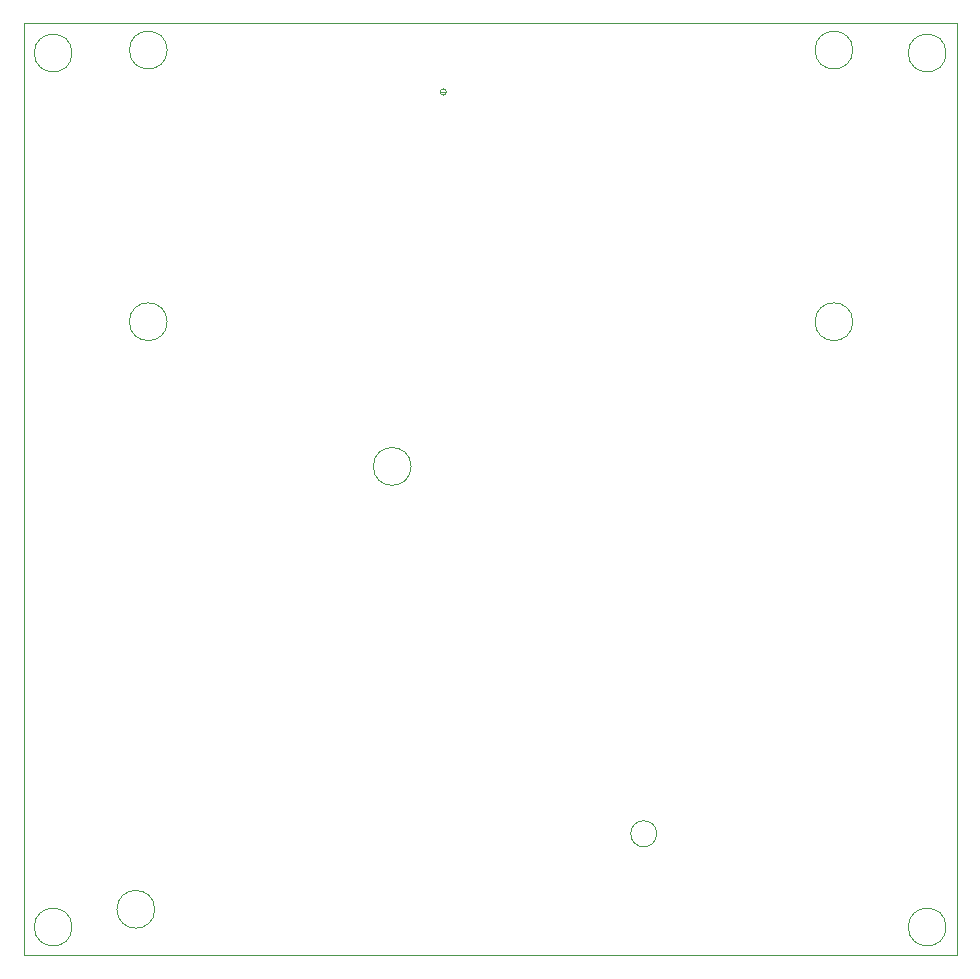
<source format=gm1>
%TF.GenerationSoftware,KiCad,Pcbnew,9.0.7*%
%TF.CreationDate,2026-01-09T12:44:47-06:00*%
%TF.ProjectId,dreamV1_0,64726561-6d56-4315-9f30-2e6b69636164,1*%
%TF.SameCoordinates,Original*%
%TF.FileFunction,Profile,NP*%
%FSLAX46Y46*%
G04 Gerber Fmt 4.6, Leading zero omitted, Abs format (unit mm)*
G04 Created by KiCad (PCBNEW 9.0.7) date 2026-01-09 12:44:47*
%MOMM*%
%LPD*%
G01*
G04 APERTURE LIST*
%TA.AperFunction,Profile*%
%ADD10C,0.050000*%
%TD*%
%TA.AperFunction,Profile*%
%ADD11C,0.010000*%
%TD*%
G04 APERTURE END LIST*
D10*
X120700000Y-75750000D02*
G75*
G02*
X117500000Y-75750000I-1600000J0D01*
G01*
X117500000Y-75750000D02*
G75*
G02*
X120700000Y-75750000I1600000J0D01*
G01*
X128600000Y-127000000D02*
G75*
G02*
X125400000Y-127000000I-1600000J0D01*
G01*
X125400000Y-127000000D02*
G75*
G02*
X128600000Y-127000000I1600000J0D01*
G01*
X120700000Y-52750000D02*
G75*
G02*
X117500000Y-52750000I-1600000J0D01*
G01*
X117500000Y-52750000D02*
G75*
G02*
X120700000Y-52750000I1600000J0D01*
G01*
X104100000Y-119100000D02*
G75*
G02*
X101900000Y-119100000I-1100000J0D01*
G01*
X101900000Y-119100000D02*
G75*
G02*
X104100000Y-119100000I1100000J0D01*
G01*
X61600000Y-125500000D02*
G75*
G02*
X58400000Y-125500000I-1600000J0D01*
G01*
X58400000Y-125500000D02*
G75*
G02*
X61600000Y-125500000I1600000J0D01*
G01*
X54600000Y-53000000D02*
G75*
G02*
X51400000Y-53000000I-1600000J0D01*
G01*
X51400000Y-53000000D02*
G75*
G02*
X54600000Y-53000000I1600000J0D01*
G01*
X62650000Y-52750000D02*
G75*
G02*
X59450000Y-52750000I-1600000J0D01*
G01*
X59450000Y-52750000D02*
G75*
G02*
X62650000Y-52750000I1600000J0D01*
G01*
X62650000Y-75750000D02*
G75*
G02*
X59450000Y-75750000I-1600000J0D01*
G01*
X59450000Y-75750000D02*
G75*
G02*
X62650000Y-75750000I1600000J0D01*
G01*
X54600000Y-127000000D02*
G75*
G02*
X51400000Y-127000000I-1600000J0D01*
G01*
X51400000Y-127000000D02*
G75*
G02*
X54600000Y-127000000I1600000J0D01*
G01*
X128600000Y-53000000D02*
G75*
G02*
X125400000Y-53000000I-1600000J0D01*
G01*
X125400000Y-53000000D02*
G75*
G02*
X128600000Y-53000000I1600000J0D01*
G01*
X83300000Y-88000000D02*
G75*
G02*
X80100000Y-88000000I-1600000J0D01*
G01*
X80100000Y-88000000D02*
G75*
G02*
X83300000Y-88000000I1600000J0D01*
G01*
X50500000Y-50500000D02*
X129500000Y-50500000D01*
X129500000Y-129400000D01*
X50500000Y-129400000D01*
X50500000Y-50500000D01*
D11*
%TO.C,J11*%
X85820000Y-56300000D02*
X86240000Y-56300000D01*
D10*
X86300000Y-56300000D02*
G75*
G02*
X85760000Y-56300000I-270000J0D01*
G01*
X85760000Y-56300000D02*
G75*
G02*
X86300000Y-56300000I270000J0D01*
G01*
%TD*%
M02*

</source>
